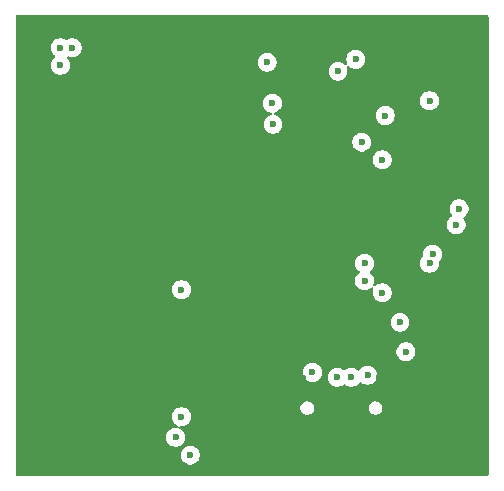
<source format=gbr>
%TF.GenerationSoftware,KiCad,Pcbnew,9.0.1*%
%TF.CreationDate,2025-11-28T17:08:09+01:00*%
%TF.ProjectId,SCD41-D-R1_demo,53434434-312d-4442-9d52-315f64656d6f,rev?*%
%TF.SameCoordinates,Original*%
%TF.FileFunction,Copper,L2,Inr*%
%TF.FilePolarity,Positive*%
%FSLAX46Y46*%
G04 Gerber Fmt 4.6, Leading zero omitted, Abs format (unit mm)*
G04 Created by KiCad (PCBNEW 9.0.1) date 2025-11-28 17:08:09*
%MOMM*%
%LPD*%
G01*
G04 APERTURE LIST*
%TA.AperFunction,HeatsinkPad*%
%ADD10O,1.000000X2.100000*%
%TD*%
%TA.AperFunction,HeatsinkPad*%
%ADD11O,1.000000X1.600000*%
%TD*%
%TA.AperFunction,HeatsinkPad*%
%ADD12C,0.600000*%
%TD*%
%TA.AperFunction,ViaPad*%
%ADD13C,0.600000*%
%TD*%
G04 APERTURE END LIST*
D10*
%TO.N,GND*%
%TO.C,J4*%
X182717500Y-98240000D03*
D11*
X182717500Y-102420000D03*
D10*
X191357500Y-98240000D03*
D11*
X191357500Y-102420000D03*
%TD*%
D12*
%TO.N,GND*%
%TO.C,U4*%
X171890000Y-73427500D03*
X171890000Y-74952500D03*
X172652500Y-72665000D03*
X172652500Y-74190000D03*
X172652500Y-75715000D03*
X173415000Y-73427500D03*
X173415000Y-74952500D03*
X174177500Y-72665000D03*
X174177500Y-74190000D03*
X174177500Y-75715000D03*
X174940000Y-73427500D03*
X174940000Y-74952500D03*
%TD*%
D13*
%TO.N,D+*%
X186687500Y-96166988D03*
X187887500Y-96166987D03*
%TO.N,VIN*%
X184587500Y-95750000D03*
X189250000Y-96000000D03*
%TO.N,GND*%
X191000000Y-86750000D03*
%TO.N,Net-(Q1A-E1)*%
X197000000Y-81900000D03*
X196750000Y-83250000D03*
%TO.N,TX*%
X190750000Y-74000000D03*
X194752983Y-85741051D03*
%TO.N,RX*%
X188750000Y-76250000D03*
X194500000Y-86500000D03*
%TO.N,EN*%
X180750000Y-69500000D03*
X188250000Y-69250000D03*
%TO.N,SCL*%
X181200735Y-72950735D03*
X181250000Y-74750000D03*
%TO.N,GND*%
X174750000Y-94100000D03*
X190250000Y-96250000D03*
X183750000Y-96250000D03*
X184500000Y-92500000D03*
X185000000Y-89000000D03*
X182000000Y-88000000D03*
X186000000Y-86500000D03*
%TO.N,+3.3V*%
X190500000Y-77750000D03*
X194500000Y-72750000D03*
%TO.N,GND*%
X194500000Y-74000000D03*
%TO.N,+3.3V*%
X186750000Y-70250000D03*
%TO.N,GND*%
X181750000Y-67000000D03*
X195500000Y-89250000D03*
X195750000Y-90750000D03*
%TO.N,+3.3V*%
X192500000Y-94000000D03*
X192000000Y-91500000D03*
X189000000Y-86500000D03*
X189000000Y-88000000D03*
X190500000Y-89000000D03*
%TO.N,GND*%
X187906985Y-94900000D03*
X194000000Y-102750000D03*
X180000000Y-103750000D03*
%TO.N,+3.3V*%
X173500000Y-88750000D03*
X174250000Y-102750000D03*
%TO.N,GND*%
X172250000Y-99500000D03*
%TO.N,+3.3V*%
X173500000Y-99500000D03*
X173000000Y-101250000D03*
%TO.N,GND*%
X171000000Y-100500000D03*
X172250000Y-88750000D03*
X168500000Y-86000000D03*
%TO.N,+3.3V*%
X164250000Y-68250000D03*
X163250000Y-69750000D03*
X163250000Y-68250000D03*
%TO.N,GND*%
X164250000Y-67000000D03*
X160500000Y-71250000D03*
X160500000Y-69750000D03*
X160500000Y-68250000D03*
%TD*%
%TA.AperFunction,Conductor*%
%TO.N,GND*%
G36*
X199442539Y-65520185D02*
G01*
X199488294Y-65572989D01*
X199499500Y-65624500D01*
X199499500Y-104375500D01*
X199479815Y-104442539D01*
X199427011Y-104488294D01*
X199375500Y-104499500D01*
X159574500Y-104499500D01*
X159507461Y-104479815D01*
X159461706Y-104427011D01*
X159450500Y-104375500D01*
X159450500Y-102671153D01*
X173449500Y-102671153D01*
X173449500Y-102828846D01*
X173480261Y-102983489D01*
X173480264Y-102983501D01*
X173540602Y-103129172D01*
X173540609Y-103129185D01*
X173628210Y-103260288D01*
X173628213Y-103260292D01*
X173739707Y-103371786D01*
X173739711Y-103371789D01*
X173870814Y-103459390D01*
X173870827Y-103459397D01*
X174016498Y-103519735D01*
X174016503Y-103519737D01*
X174171153Y-103550499D01*
X174171156Y-103550500D01*
X174171158Y-103550500D01*
X174328844Y-103550500D01*
X174328845Y-103550499D01*
X174483497Y-103519737D01*
X174629179Y-103459394D01*
X174760289Y-103371789D01*
X174871789Y-103260289D01*
X174959394Y-103129179D01*
X175019737Y-102983497D01*
X175050500Y-102828842D01*
X175050500Y-102671158D01*
X175050500Y-102671155D01*
X175050499Y-102671153D01*
X175019738Y-102516510D01*
X175019737Y-102516503D01*
X175019735Y-102516498D01*
X174959397Y-102370827D01*
X174959390Y-102370814D01*
X174871789Y-102239711D01*
X174871786Y-102239707D01*
X174760292Y-102128213D01*
X174760288Y-102128210D01*
X174629185Y-102040609D01*
X174629172Y-102040602D01*
X174483501Y-101980264D01*
X174483489Y-101980261D01*
X174328845Y-101949500D01*
X174328842Y-101949500D01*
X174171158Y-101949500D01*
X174171155Y-101949500D01*
X174016510Y-101980261D01*
X174016498Y-101980264D01*
X173870827Y-102040602D01*
X173870814Y-102040609D01*
X173739711Y-102128210D01*
X173739707Y-102128213D01*
X173628213Y-102239707D01*
X173628210Y-102239711D01*
X173540609Y-102370814D01*
X173540602Y-102370827D01*
X173480264Y-102516498D01*
X173480261Y-102516510D01*
X173449500Y-102671153D01*
X159450500Y-102671153D01*
X159450500Y-101171153D01*
X172199500Y-101171153D01*
X172199500Y-101328846D01*
X172230261Y-101483489D01*
X172230264Y-101483501D01*
X172290602Y-101629172D01*
X172290609Y-101629185D01*
X172378210Y-101760288D01*
X172378213Y-101760292D01*
X172489707Y-101871786D01*
X172489711Y-101871789D01*
X172620814Y-101959390D01*
X172620827Y-101959397D01*
X172766498Y-102019735D01*
X172766503Y-102019737D01*
X172921153Y-102050499D01*
X172921156Y-102050500D01*
X172921158Y-102050500D01*
X173078844Y-102050500D01*
X173078845Y-102050499D01*
X173233497Y-102019737D01*
X173379179Y-101959394D01*
X173510289Y-101871789D01*
X173621789Y-101760289D01*
X173709394Y-101629179D01*
X173769737Y-101483497D01*
X173800500Y-101328842D01*
X173800500Y-101171158D01*
X173800500Y-101171155D01*
X173800499Y-101171153D01*
X173769738Y-101016510D01*
X173769737Y-101016503D01*
X173769735Y-101016498D01*
X173709397Y-100870827D01*
X173709390Y-100870814D01*
X173621789Y-100739711D01*
X173621786Y-100739707D01*
X173510292Y-100628213D01*
X173510288Y-100628210D01*
X173379185Y-100540609D01*
X173379178Y-100540605D01*
X173375451Y-100539062D01*
X173321047Y-100495222D01*
X173298981Y-100428928D01*
X173316259Y-100361229D01*
X173367395Y-100313617D01*
X173422902Y-100300500D01*
X173578844Y-100300500D01*
X173578845Y-100300499D01*
X173733497Y-100269737D01*
X173846166Y-100223067D01*
X173879172Y-100209397D01*
X173879172Y-100209396D01*
X173879179Y-100209394D01*
X174010289Y-100121789D01*
X174121789Y-100010289D01*
X174209394Y-99879179D01*
X174269737Y-99733497D01*
X174300500Y-99578842D01*
X174300500Y-99421158D01*
X174300500Y-99421155D01*
X174300499Y-99421153D01*
X174269737Y-99266503D01*
X174269735Y-99266498D01*
X174209397Y-99120827D01*
X174209390Y-99120814D01*
X174121789Y-98989711D01*
X174121786Y-98989707D01*
X174010292Y-98878213D01*
X174010288Y-98878210D01*
X173879183Y-98790608D01*
X173879172Y-98790602D01*
X173733501Y-98730264D01*
X173733489Y-98730261D01*
X173578845Y-98699500D01*
X173578842Y-98699500D01*
X173421158Y-98699500D01*
X173421155Y-98699500D01*
X173266510Y-98730261D01*
X173266498Y-98730264D01*
X173120827Y-98790602D01*
X173120814Y-98790609D01*
X172989711Y-98878210D01*
X172989707Y-98878213D01*
X172878213Y-98989707D01*
X172878210Y-98989711D01*
X172790609Y-99120814D01*
X172790602Y-99120827D01*
X172730264Y-99266498D01*
X172730261Y-99266510D01*
X172699500Y-99421153D01*
X172699500Y-99578846D01*
X172730261Y-99733489D01*
X172730264Y-99733501D01*
X172790602Y-99879172D01*
X172790609Y-99879185D01*
X172878210Y-100010288D01*
X172878213Y-100010292D01*
X172989707Y-100121786D01*
X172989711Y-100121789D01*
X173120814Y-100209390D01*
X173120821Y-100209394D01*
X173124549Y-100210938D01*
X173178953Y-100254778D01*
X173201019Y-100321072D01*
X173183741Y-100388771D01*
X173132605Y-100436383D01*
X173077098Y-100449500D01*
X172921155Y-100449500D01*
X172766510Y-100480261D01*
X172766498Y-100480264D01*
X172620827Y-100540602D01*
X172620814Y-100540609D01*
X172489711Y-100628210D01*
X172489707Y-100628213D01*
X172378213Y-100739707D01*
X172378210Y-100739711D01*
X172290609Y-100870814D01*
X172290602Y-100870827D01*
X172230264Y-101016498D01*
X172230261Y-101016510D01*
X172199500Y-101171153D01*
X159450500Y-101171153D01*
X159450500Y-98694234D01*
X183572000Y-98694234D01*
X183572000Y-98845765D01*
X183611219Y-98992136D01*
X183649102Y-99057750D01*
X183686985Y-99123365D01*
X183794135Y-99230515D01*
X183925365Y-99306281D01*
X184071734Y-99345500D01*
X184071736Y-99345500D01*
X184223264Y-99345500D01*
X184223266Y-99345500D01*
X184369635Y-99306281D01*
X184500865Y-99230515D01*
X184608015Y-99123365D01*
X184683781Y-98992135D01*
X184723000Y-98845766D01*
X184723000Y-98694234D01*
X189352000Y-98694234D01*
X189352000Y-98845765D01*
X189391219Y-98992136D01*
X189429102Y-99057750D01*
X189466985Y-99123365D01*
X189574135Y-99230515D01*
X189705365Y-99306281D01*
X189851734Y-99345500D01*
X189851736Y-99345500D01*
X190003264Y-99345500D01*
X190003266Y-99345500D01*
X190149635Y-99306281D01*
X190280865Y-99230515D01*
X190388015Y-99123365D01*
X190463781Y-98992135D01*
X190503000Y-98845766D01*
X190503000Y-98694234D01*
X190463781Y-98547865D01*
X190388015Y-98416635D01*
X190280865Y-98309485D01*
X190215250Y-98271602D01*
X190149636Y-98233719D01*
X190076450Y-98214109D01*
X190003266Y-98194500D01*
X189851734Y-98194500D01*
X189705363Y-98233719D01*
X189574135Y-98309485D01*
X189574132Y-98309487D01*
X189466987Y-98416632D01*
X189466985Y-98416635D01*
X189391219Y-98547863D01*
X189352000Y-98694234D01*
X184723000Y-98694234D01*
X184683781Y-98547865D01*
X184608015Y-98416635D01*
X184500865Y-98309485D01*
X184435250Y-98271602D01*
X184369636Y-98233719D01*
X184296450Y-98214109D01*
X184223266Y-98194500D01*
X184071734Y-98194500D01*
X183925363Y-98233719D01*
X183794135Y-98309485D01*
X183794132Y-98309487D01*
X183686987Y-98416632D01*
X183686985Y-98416635D01*
X183611219Y-98547863D01*
X183572000Y-98694234D01*
X159450500Y-98694234D01*
X159450500Y-95671153D01*
X183787000Y-95671153D01*
X183787000Y-95828846D01*
X183817761Y-95983489D01*
X183817764Y-95983501D01*
X183878102Y-96129172D01*
X183878109Y-96129185D01*
X183965710Y-96260288D01*
X183965713Y-96260292D01*
X184077207Y-96371786D01*
X184077211Y-96371789D01*
X184208314Y-96459390D01*
X184208327Y-96459397D01*
X184353998Y-96519735D01*
X184354003Y-96519737D01*
X184486870Y-96546166D01*
X184508653Y-96550499D01*
X184508656Y-96550500D01*
X184508658Y-96550500D01*
X184666344Y-96550500D01*
X184666345Y-96550499D01*
X184820997Y-96519737D01*
X184966679Y-96459394D01*
X185097789Y-96371789D01*
X185209289Y-96260289D01*
X185296894Y-96129179D01*
X185313890Y-96088146D01*
X185313892Y-96088141D01*
X185887000Y-96088141D01*
X185887000Y-96245834D01*
X185917761Y-96400477D01*
X185917764Y-96400489D01*
X185978102Y-96546160D01*
X185978109Y-96546173D01*
X186065710Y-96677276D01*
X186065713Y-96677280D01*
X186177207Y-96788774D01*
X186177211Y-96788777D01*
X186308314Y-96876378D01*
X186308327Y-96876385D01*
X186453996Y-96936722D01*
X186454003Y-96936725D01*
X186608648Y-96967486D01*
X186608653Y-96967487D01*
X186608656Y-96967488D01*
X186608658Y-96967488D01*
X186766344Y-96967488D01*
X186766345Y-96967487D01*
X186920997Y-96936725D01*
X187066679Y-96876382D01*
X187197789Y-96788777D01*
X187199814Y-96786751D01*
X187201135Y-96786030D01*
X187202493Y-96784916D01*
X187202704Y-96785173D01*
X187261132Y-96753263D01*
X187330824Y-96758242D01*
X187372439Y-96784986D01*
X187372501Y-96784911D01*
X187373148Y-96785441D01*
X187375188Y-96786753D01*
X187377211Y-96788776D01*
X187508314Y-96876377D01*
X187508327Y-96876384D01*
X187653998Y-96936722D01*
X187654003Y-96936724D01*
X187808653Y-96967486D01*
X187808656Y-96967487D01*
X187808658Y-96967487D01*
X187966344Y-96967487D01*
X187966345Y-96967486D01*
X188120997Y-96936724D01*
X188233666Y-96890054D01*
X188266672Y-96876384D01*
X188266672Y-96876383D01*
X188266679Y-96876381D01*
X188397789Y-96788776D01*
X188509289Y-96677276D01*
X188539864Y-96631516D01*
X188593474Y-96586712D01*
X188662799Y-96578003D01*
X188725827Y-96608157D01*
X188730647Y-96612726D01*
X188739707Y-96621786D01*
X188739711Y-96621789D01*
X188870814Y-96709390D01*
X188870827Y-96709397D01*
X188988751Y-96758242D01*
X189016503Y-96769737D01*
X189171153Y-96800499D01*
X189171156Y-96800500D01*
X189171158Y-96800500D01*
X189328844Y-96800500D01*
X189328845Y-96800499D01*
X189483497Y-96769737D01*
X189629179Y-96709394D01*
X189760289Y-96621789D01*
X189871789Y-96510289D01*
X189959394Y-96379179D01*
X190019737Y-96233497D01*
X190050500Y-96078842D01*
X190050500Y-95921158D01*
X190050500Y-95921155D01*
X190050499Y-95921153D01*
X190023975Y-95787809D01*
X190019737Y-95766503D01*
X189974255Y-95656698D01*
X189959397Y-95620827D01*
X189959390Y-95620814D01*
X189871789Y-95489711D01*
X189871786Y-95489707D01*
X189760292Y-95378213D01*
X189760288Y-95378210D01*
X189629185Y-95290609D01*
X189629172Y-95290602D01*
X189483501Y-95230264D01*
X189483489Y-95230261D01*
X189328845Y-95199500D01*
X189328842Y-95199500D01*
X189171158Y-95199500D01*
X189171155Y-95199500D01*
X189016510Y-95230261D01*
X189016498Y-95230264D01*
X188870827Y-95290602D01*
X188870814Y-95290609D01*
X188739711Y-95378210D01*
X188739707Y-95378213D01*
X188628213Y-95489707D01*
X188628210Y-95489711D01*
X188597635Y-95535470D01*
X188544022Y-95580275D01*
X188474697Y-95588982D01*
X188411670Y-95558827D01*
X188406852Y-95554260D01*
X188397792Y-95545200D01*
X188397788Y-95545197D01*
X188266685Y-95457596D01*
X188266672Y-95457589D01*
X188121001Y-95397251D01*
X188120989Y-95397248D01*
X187966345Y-95366487D01*
X187966342Y-95366487D01*
X187808658Y-95366487D01*
X187808655Y-95366487D01*
X187654010Y-95397248D01*
X187653998Y-95397251D01*
X187508327Y-95457589D01*
X187508314Y-95457596D01*
X187377214Y-95545195D01*
X187377202Y-95545205D01*
X187375166Y-95547241D01*
X187373840Y-95547964D01*
X187372507Y-95549059D01*
X187372299Y-95548805D01*
X187313838Y-95580716D01*
X187244147Y-95575721D01*
X187202560Y-95548989D01*
X187202499Y-95549064D01*
X187201859Y-95548539D01*
X187199818Y-95547227D01*
X187197792Y-95545201D01*
X187197788Y-95545198D01*
X187066685Y-95457597D01*
X187066672Y-95457590D01*
X186921001Y-95397252D01*
X186920989Y-95397249D01*
X186766345Y-95366488D01*
X186766342Y-95366488D01*
X186608658Y-95366488D01*
X186608655Y-95366488D01*
X186454010Y-95397249D01*
X186453998Y-95397252D01*
X186308327Y-95457590D01*
X186308314Y-95457597D01*
X186177211Y-95545198D01*
X186177207Y-95545201D01*
X186065713Y-95656695D01*
X186065710Y-95656699D01*
X185978109Y-95787802D01*
X185978102Y-95787815D01*
X185917764Y-95933486D01*
X185917761Y-95933498D01*
X185887000Y-96088141D01*
X185313892Y-96088141D01*
X185336069Y-96034602D01*
X185357235Y-95983501D01*
X185357237Y-95983497D01*
X185388000Y-95828842D01*
X185388000Y-95671158D01*
X185388000Y-95671155D01*
X185387999Y-95671153D01*
X185385123Y-95656695D01*
X185357237Y-95516503D01*
X185357235Y-95516498D01*
X185296897Y-95370827D01*
X185296890Y-95370814D01*
X185209289Y-95239711D01*
X185209286Y-95239707D01*
X185097792Y-95128213D01*
X185097788Y-95128210D01*
X184966685Y-95040609D01*
X184966672Y-95040602D01*
X184821001Y-94980264D01*
X184820989Y-94980261D01*
X184666345Y-94949500D01*
X184666342Y-94949500D01*
X184508658Y-94949500D01*
X184508655Y-94949500D01*
X184354010Y-94980261D01*
X184353998Y-94980264D01*
X184208327Y-95040602D01*
X184208314Y-95040609D01*
X184077211Y-95128210D01*
X184077207Y-95128213D01*
X183965713Y-95239707D01*
X183965710Y-95239711D01*
X183878109Y-95370814D01*
X183878102Y-95370827D01*
X183817764Y-95516498D01*
X183817761Y-95516510D01*
X183787000Y-95671153D01*
X159450500Y-95671153D01*
X159450500Y-93921153D01*
X191699500Y-93921153D01*
X191699500Y-94078846D01*
X191730261Y-94233489D01*
X191730264Y-94233501D01*
X191790602Y-94379172D01*
X191790609Y-94379185D01*
X191878210Y-94510288D01*
X191878213Y-94510292D01*
X191989707Y-94621786D01*
X191989711Y-94621789D01*
X192120814Y-94709390D01*
X192120827Y-94709397D01*
X192266498Y-94769735D01*
X192266503Y-94769737D01*
X192421153Y-94800499D01*
X192421156Y-94800500D01*
X192421158Y-94800500D01*
X192578844Y-94800500D01*
X192578845Y-94800499D01*
X192733497Y-94769737D01*
X192879179Y-94709394D01*
X193010289Y-94621789D01*
X193121789Y-94510289D01*
X193209394Y-94379179D01*
X193269737Y-94233497D01*
X193300500Y-94078842D01*
X193300500Y-93921158D01*
X193300500Y-93921155D01*
X193300499Y-93921153D01*
X193269738Y-93766510D01*
X193269737Y-93766503D01*
X193269735Y-93766498D01*
X193209397Y-93620827D01*
X193209390Y-93620814D01*
X193121789Y-93489711D01*
X193121786Y-93489707D01*
X193010292Y-93378213D01*
X193010288Y-93378210D01*
X192879185Y-93290609D01*
X192879172Y-93290602D01*
X192733501Y-93230264D01*
X192733489Y-93230261D01*
X192578845Y-93199500D01*
X192578842Y-93199500D01*
X192421158Y-93199500D01*
X192421155Y-93199500D01*
X192266510Y-93230261D01*
X192266498Y-93230264D01*
X192120827Y-93290602D01*
X192120814Y-93290609D01*
X191989711Y-93378210D01*
X191989707Y-93378213D01*
X191878213Y-93489707D01*
X191878210Y-93489711D01*
X191790609Y-93620814D01*
X191790602Y-93620827D01*
X191730264Y-93766498D01*
X191730261Y-93766510D01*
X191699500Y-93921153D01*
X159450500Y-93921153D01*
X159450500Y-91421153D01*
X191199500Y-91421153D01*
X191199500Y-91578846D01*
X191230261Y-91733489D01*
X191230264Y-91733501D01*
X191290602Y-91879172D01*
X191290609Y-91879185D01*
X191378210Y-92010288D01*
X191378213Y-92010292D01*
X191489707Y-92121786D01*
X191489711Y-92121789D01*
X191620814Y-92209390D01*
X191620827Y-92209397D01*
X191766498Y-92269735D01*
X191766503Y-92269737D01*
X191921153Y-92300499D01*
X191921156Y-92300500D01*
X191921158Y-92300500D01*
X192078844Y-92300500D01*
X192078845Y-92300499D01*
X192233497Y-92269737D01*
X192379179Y-92209394D01*
X192510289Y-92121789D01*
X192621789Y-92010289D01*
X192709394Y-91879179D01*
X192769737Y-91733497D01*
X192800500Y-91578842D01*
X192800500Y-91421158D01*
X192800500Y-91421155D01*
X192800499Y-91421153D01*
X192769738Y-91266510D01*
X192769737Y-91266503D01*
X192769735Y-91266498D01*
X192709397Y-91120827D01*
X192709390Y-91120814D01*
X192621789Y-90989711D01*
X192621786Y-90989707D01*
X192510292Y-90878213D01*
X192510288Y-90878210D01*
X192379185Y-90790609D01*
X192379172Y-90790602D01*
X192233501Y-90730264D01*
X192233489Y-90730261D01*
X192078845Y-90699500D01*
X192078842Y-90699500D01*
X191921158Y-90699500D01*
X191921155Y-90699500D01*
X191766510Y-90730261D01*
X191766498Y-90730264D01*
X191620827Y-90790602D01*
X191620814Y-90790609D01*
X191489711Y-90878210D01*
X191489707Y-90878213D01*
X191378213Y-90989707D01*
X191378210Y-90989711D01*
X191290609Y-91120814D01*
X191290602Y-91120827D01*
X191230264Y-91266498D01*
X191230261Y-91266510D01*
X191199500Y-91421153D01*
X159450500Y-91421153D01*
X159450500Y-88671153D01*
X172699500Y-88671153D01*
X172699500Y-88828846D01*
X172730261Y-88983489D01*
X172730264Y-88983501D01*
X172790602Y-89129172D01*
X172790609Y-89129185D01*
X172878210Y-89260288D01*
X172878213Y-89260292D01*
X172989707Y-89371786D01*
X172989711Y-89371789D01*
X173120814Y-89459390D01*
X173120827Y-89459397D01*
X173266498Y-89519735D01*
X173266503Y-89519737D01*
X173421153Y-89550499D01*
X173421156Y-89550500D01*
X173421158Y-89550500D01*
X173578844Y-89550500D01*
X173578845Y-89550499D01*
X173733497Y-89519737D01*
X173879179Y-89459394D01*
X174010289Y-89371789D01*
X174121789Y-89260289D01*
X174209394Y-89129179D01*
X174269737Y-88983497D01*
X174300500Y-88828842D01*
X174300500Y-88671158D01*
X174300500Y-88671155D01*
X174300499Y-88671153D01*
X174285971Y-88598115D01*
X174269737Y-88516503D01*
X174267163Y-88510288D01*
X174209397Y-88370827D01*
X174209390Y-88370814D01*
X174121789Y-88239711D01*
X174121786Y-88239707D01*
X174010292Y-88128213D01*
X174010288Y-88128210D01*
X173879185Y-88040609D01*
X173879172Y-88040602D01*
X173733501Y-87980264D01*
X173733489Y-87980261D01*
X173578845Y-87949500D01*
X173578842Y-87949500D01*
X173421158Y-87949500D01*
X173421155Y-87949500D01*
X173266510Y-87980261D01*
X173266498Y-87980264D01*
X173120827Y-88040602D01*
X173120814Y-88040609D01*
X172989711Y-88128210D01*
X172989707Y-88128213D01*
X172878213Y-88239707D01*
X172878210Y-88239711D01*
X172790609Y-88370814D01*
X172790602Y-88370827D01*
X172730264Y-88516498D01*
X172730261Y-88516510D01*
X172699500Y-88671153D01*
X159450500Y-88671153D01*
X159450500Y-86421153D01*
X188199500Y-86421153D01*
X188199500Y-86578846D01*
X188230261Y-86733489D01*
X188230264Y-86733501D01*
X188290602Y-86879172D01*
X188290609Y-86879185D01*
X188378210Y-87010288D01*
X188378213Y-87010292D01*
X188489707Y-87121786D01*
X188489710Y-87121788D01*
X188489711Y-87121789D01*
X188515219Y-87138833D01*
X188527289Y-87146898D01*
X188572093Y-87200511D01*
X188580800Y-87269836D01*
X188550645Y-87332863D01*
X188527289Y-87353102D01*
X188489707Y-87378213D01*
X188378213Y-87489707D01*
X188378210Y-87489711D01*
X188290609Y-87620814D01*
X188290602Y-87620827D01*
X188230264Y-87766498D01*
X188230261Y-87766510D01*
X188199500Y-87921153D01*
X188199500Y-88078846D01*
X188230261Y-88233489D01*
X188230264Y-88233501D01*
X188290602Y-88379172D01*
X188290609Y-88379185D01*
X188378210Y-88510288D01*
X188378213Y-88510292D01*
X188489707Y-88621786D01*
X188489711Y-88621789D01*
X188620814Y-88709390D01*
X188620827Y-88709397D01*
X188758683Y-88766498D01*
X188766503Y-88769737D01*
X188921153Y-88800499D01*
X188921156Y-88800500D01*
X188921158Y-88800500D01*
X189078844Y-88800500D01*
X189078845Y-88800499D01*
X189233497Y-88769737D01*
X189379179Y-88709394D01*
X189510289Y-88621789D01*
X189547331Y-88584747D01*
X189608653Y-88551261D01*
X189678345Y-88556245D01*
X189734279Y-88598115D01*
X189758697Y-88663579D01*
X189749575Y-88719878D01*
X189730263Y-88766502D01*
X189730261Y-88766510D01*
X189699500Y-88921153D01*
X189699500Y-89078846D01*
X189730261Y-89233489D01*
X189730264Y-89233501D01*
X189790602Y-89379172D01*
X189790609Y-89379185D01*
X189878210Y-89510288D01*
X189878213Y-89510292D01*
X189989707Y-89621786D01*
X189989711Y-89621789D01*
X190120814Y-89709390D01*
X190120827Y-89709397D01*
X190266498Y-89769735D01*
X190266503Y-89769737D01*
X190421153Y-89800499D01*
X190421156Y-89800500D01*
X190421158Y-89800500D01*
X190578844Y-89800500D01*
X190578845Y-89800499D01*
X190733497Y-89769737D01*
X190879179Y-89709394D01*
X191010289Y-89621789D01*
X191121789Y-89510289D01*
X191209394Y-89379179D01*
X191269737Y-89233497D01*
X191300500Y-89078842D01*
X191300500Y-88921158D01*
X191300500Y-88921155D01*
X191300499Y-88921153D01*
X191269738Y-88766510D01*
X191269737Y-88766503D01*
X191269735Y-88766498D01*
X191209397Y-88620827D01*
X191209390Y-88620814D01*
X191121789Y-88489711D01*
X191121786Y-88489707D01*
X191010292Y-88378213D01*
X191010288Y-88378210D01*
X190879185Y-88290609D01*
X190879172Y-88290602D01*
X190733501Y-88230264D01*
X190733489Y-88230261D01*
X190578845Y-88199500D01*
X190578842Y-88199500D01*
X190421158Y-88199500D01*
X190421155Y-88199500D01*
X190266510Y-88230261D01*
X190266498Y-88230264D01*
X190120827Y-88290602D01*
X190120814Y-88290609D01*
X189989711Y-88378210D01*
X189989706Y-88378214D01*
X189952666Y-88415254D01*
X189891343Y-88448739D01*
X189821651Y-88443753D01*
X189765718Y-88401881D01*
X189741302Y-88336417D01*
X189750424Y-88280121D01*
X189769737Y-88233497D01*
X189800500Y-88078842D01*
X189800500Y-87921158D01*
X189800500Y-87921155D01*
X189800499Y-87921153D01*
X189769738Y-87766510D01*
X189769737Y-87766503D01*
X189769735Y-87766498D01*
X189709397Y-87620827D01*
X189709390Y-87620814D01*
X189621789Y-87489711D01*
X189621786Y-87489707D01*
X189510292Y-87378213D01*
X189510284Y-87378207D01*
X189472712Y-87353102D01*
X189427906Y-87299490D01*
X189419199Y-87230165D01*
X189449353Y-87167138D01*
X189472712Y-87146898D01*
X189499279Y-87129145D01*
X189510289Y-87121789D01*
X189621789Y-87010289D01*
X189709394Y-86879179D01*
X189769737Y-86733497D01*
X189800500Y-86578842D01*
X189800500Y-86421158D01*
X189800500Y-86421155D01*
X189800499Y-86421153D01*
X193699500Y-86421153D01*
X193699500Y-86578846D01*
X193730261Y-86733489D01*
X193730264Y-86733501D01*
X193790602Y-86879172D01*
X193790609Y-86879185D01*
X193878210Y-87010288D01*
X193878213Y-87010292D01*
X193989707Y-87121786D01*
X193989711Y-87121789D01*
X194120814Y-87209390D01*
X194120827Y-87209397D01*
X194218853Y-87250000D01*
X194266503Y-87269737D01*
X194421153Y-87300499D01*
X194421156Y-87300500D01*
X194421158Y-87300500D01*
X194578844Y-87300500D01*
X194578845Y-87300499D01*
X194733497Y-87269737D01*
X194879179Y-87209394D01*
X195010289Y-87121789D01*
X195121789Y-87010289D01*
X195209394Y-86879179D01*
X195269737Y-86733497D01*
X195300500Y-86578842D01*
X195300500Y-86421158D01*
X195300500Y-86421155D01*
X195297579Y-86406474D01*
X195303803Y-86336882D01*
X195331514Y-86294597D01*
X195374772Y-86251340D01*
X195462377Y-86120230D01*
X195522720Y-85974548D01*
X195553483Y-85819893D01*
X195553483Y-85662209D01*
X195553483Y-85662206D01*
X195553482Y-85662204D01*
X195522721Y-85507561D01*
X195522720Y-85507554D01*
X195522718Y-85507549D01*
X195462380Y-85361878D01*
X195462373Y-85361865D01*
X195374772Y-85230762D01*
X195374769Y-85230758D01*
X195263275Y-85119264D01*
X195263271Y-85119261D01*
X195132168Y-85031660D01*
X195132155Y-85031653D01*
X194986484Y-84971315D01*
X194986472Y-84971312D01*
X194831828Y-84940551D01*
X194831825Y-84940551D01*
X194674141Y-84940551D01*
X194674138Y-84940551D01*
X194519493Y-84971312D01*
X194519481Y-84971315D01*
X194373810Y-85031653D01*
X194373797Y-85031660D01*
X194242694Y-85119261D01*
X194242690Y-85119264D01*
X194131196Y-85230758D01*
X194131193Y-85230762D01*
X194043592Y-85361865D01*
X194043585Y-85361878D01*
X193983247Y-85507549D01*
X193983244Y-85507561D01*
X193952483Y-85662204D01*
X193952483Y-85819894D01*
X193955404Y-85834578D01*
X193949177Y-85904170D01*
X193921470Y-85946450D01*
X193878212Y-85989708D01*
X193878208Y-85989714D01*
X193790609Y-86120814D01*
X193790602Y-86120827D01*
X193730264Y-86266498D01*
X193730261Y-86266510D01*
X193699500Y-86421153D01*
X189800499Y-86421153D01*
X189769738Y-86266510D01*
X189769737Y-86266503D01*
X189763455Y-86251337D01*
X189709397Y-86120827D01*
X189709390Y-86120814D01*
X189621789Y-85989711D01*
X189621786Y-85989707D01*
X189510292Y-85878213D01*
X189510288Y-85878210D01*
X189379185Y-85790609D01*
X189379172Y-85790602D01*
X189233501Y-85730264D01*
X189233489Y-85730261D01*
X189078845Y-85699500D01*
X189078842Y-85699500D01*
X188921158Y-85699500D01*
X188921155Y-85699500D01*
X188766510Y-85730261D01*
X188766498Y-85730264D01*
X188620827Y-85790602D01*
X188620814Y-85790609D01*
X188489711Y-85878210D01*
X188489707Y-85878213D01*
X188378213Y-85989707D01*
X188378210Y-85989711D01*
X188290609Y-86120814D01*
X188290602Y-86120827D01*
X188230264Y-86266498D01*
X188230261Y-86266510D01*
X188199500Y-86421153D01*
X159450500Y-86421153D01*
X159450500Y-83171153D01*
X195949500Y-83171153D01*
X195949500Y-83328846D01*
X195980261Y-83483489D01*
X195980264Y-83483501D01*
X196040602Y-83629172D01*
X196040609Y-83629185D01*
X196128210Y-83760288D01*
X196128213Y-83760292D01*
X196239707Y-83871786D01*
X196239711Y-83871789D01*
X196370814Y-83959390D01*
X196370827Y-83959397D01*
X196516498Y-84019735D01*
X196516503Y-84019737D01*
X196671153Y-84050499D01*
X196671156Y-84050500D01*
X196671158Y-84050500D01*
X196828844Y-84050500D01*
X196828845Y-84050499D01*
X196983497Y-84019737D01*
X197129179Y-83959394D01*
X197260289Y-83871789D01*
X197371789Y-83760289D01*
X197459394Y-83629179D01*
X197519737Y-83483497D01*
X197550500Y-83328842D01*
X197550500Y-83171158D01*
X197550500Y-83171155D01*
X197550499Y-83171153D01*
X197519738Y-83016510D01*
X197519737Y-83016503D01*
X197519735Y-83016498D01*
X197459397Y-82870827D01*
X197459390Y-82870814D01*
X197382762Y-82756133D01*
X197361884Y-82689456D01*
X197380368Y-82622076D01*
X197416970Y-82584142D01*
X197510289Y-82521789D01*
X197621789Y-82410289D01*
X197709394Y-82279179D01*
X197769737Y-82133497D01*
X197800500Y-81978842D01*
X197800500Y-81821158D01*
X197800500Y-81821155D01*
X197800499Y-81821153D01*
X197769738Y-81666510D01*
X197769737Y-81666503D01*
X197769735Y-81666498D01*
X197709397Y-81520827D01*
X197709390Y-81520814D01*
X197621789Y-81389711D01*
X197621786Y-81389707D01*
X197510292Y-81278213D01*
X197510288Y-81278210D01*
X197379185Y-81190609D01*
X197379172Y-81190602D01*
X197233501Y-81130264D01*
X197233489Y-81130261D01*
X197078845Y-81099500D01*
X197078842Y-81099500D01*
X196921158Y-81099500D01*
X196921155Y-81099500D01*
X196766510Y-81130261D01*
X196766498Y-81130264D01*
X196620827Y-81190602D01*
X196620814Y-81190609D01*
X196489711Y-81278210D01*
X196489707Y-81278213D01*
X196378213Y-81389707D01*
X196378210Y-81389711D01*
X196290609Y-81520814D01*
X196290602Y-81520827D01*
X196230264Y-81666498D01*
X196230261Y-81666510D01*
X196199500Y-81821153D01*
X196199500Y-81978846D01*
X196230261Y-82133489D01*
X196230264Y-82133501D01*
X196290602Y-82279172D01*
X196290609Y-82279185D01*
X196367237Y-82393866D01*
X196388115Y-82460544D01*
X196369631Y-82527924D01*
X196333026Y-82565859D01*
X196239711Y-82628210D01*
X196239707Y-82628213D01*
X196128213Y-82739707D01*
X196128210Y-82739711D01*
X196040609Y-82870814D01*
X196040602Y-82870827D01*
X195980264Y-83016498D01*
X195980261Y-83016510D01*
X195949500Y-83171153D01*
X159450500Y-83171153D01*
X159450500Y-77671153D01*
X189699500Y-77671153D01*
X189699500Y-77828846D01*
X189730261Y-77983489D01*
X189730264Y-77983501D01*
X189790602Y-78129172D01*
X189790609Y-78129185D01*
X189878210Y-78260288D01*
X189878213Y-78260292D01*
X189989707Y-78371786D01*
X189989711Y-78371789D01*
X190120814Y-78459390D01*
X190120827Y-78459397D01*
X190266498Y-78519735D01*
X190266503Y-78519737D01*
X190421153Y-78550499D01*
X190421156Y-78550500D01*
X190421158Y-78550500D01*
X190578844Y-78550500D01*
X190578845Y-78550499D01*
X190733497Y-78519737D01*
X190879179Y-78459394D01*
X191010289Y-78371789D01*
X191121789Y-78260289D01*
X191209394Y-78129179D01*
X191269737Y-77983497D01*
X191300500Y-77828842D01*
X191300500Y-77671158D01*
X191300500Y-77671155D01*
X191300499Y-77671153D01*
X191269738Y-77516510D01*
X191269737Y-77516503D01*
X191269735Y-77516498D01*
X191209397Y-77370827D01*
X191209390Y-77370814D01*
X191121789Y-77239711D01*
X191121786Y-77239707D01*
X191010292Y-77128213D01*
X191010288Y-77128210D01*
X190879185Y-77040609D01*
X190879172Y-77040602D01*
X190733501Y-76980264D01*
X190733489Y-76980261D01*
X190578845Y-76949500D01*
X190578842Y-76949500D01*
X190421158Y-76949500D01*
X190421155Y-76949500D01*
X190266510Y-76980261D01*
X190266498Y-76980264D01*
X190120827Y-77040602D01*
X190120814Y-77040609D01*
X189989711Y-77128210D01*
X189989707Y-77128213D01*
X189878213Y-77239707D01*
X189878210Y-77239711D01*
X189790609Y-77370814D01*
X189790602Y-77370827D01*
X189730264Y-77516498D01*
X189730261Y-77516510D01*
X189699500Y-77671153D01*
X159450500Y-77671153D01*
X159450500Y-76171153D01*
X187949500Y-76171153D01*
X187949500Y-76328846D01*
X187980261Y-76483489D01*
X187980264Y-76483501D01*
X188040602Y-76629172D01*
X188040609Y-76629185D01*
X188128210Y-76760288D01*
X188128213Y-76760292D01*
X188239707Y-76871786D01*
X188239711Y-76871789D01*
X188370814Y-76959390D01*
X188370827Y-76959397D01*
X188516498Y-77019735D01*
X188516503Y-77019737D01*
X188671153Y-77050499D01*
X188671156Y-77050500D01*
X188671158Y-77050500D01*
X188828844Y-77050500D01*
X188828845Y-77050499D01*
X188983497Y-77019737D01*
X189129179Y-76959394D01*
X189260289Y-76871789D01*
X189371789Y-76760289D01*
X189459394Y-76629179D01*
X189519737Y-76483497D01*
X189550500Y-76328842D01*
X189550500Y-76171158D01*
X189550500Y-76171155D01*
X189550499Y-76171153D01*
X189519738Y-76016510D01*
X189519737Y-76016503D01*
X189519735Y-76016498D01*
X189459397Y-75870827D01*
X189459390Y-75870814D01*
X189371789Y-75739711D01*
X189371786Y-75739707D01*
X189260292Y-75628213D01*
X189260288Y-75628210D01*
X189129185Y-75540609D01*
X189129172Y-75540602D01*
X188983501Y-75480264D01*
X188983489Y-75480261D01*
X188828845Y-75449500D01*
X188828842Y-75449500D01*
X188671158Y-75449500D01*
X188671155Y-75449500D01*
X188516510Y-75480261D01*
X188516498Y-75480264D01*
X188370827Y-75540602D01*
X188370814Y-75540609D01*
X188239711Y-75628210D01*
X188239707Y-75628213D01*
X188128213Y-75739707D01*
X188128210Y-75739711D01*
X188040609Y-75870814D01*
X188040602Y-75870827D01*
X187980264Y-76016498D01*
X187980261Y-76016510D01*
X187949500Y-76171153D01*
X159450500Y-76171153D01*
X159450500Y-72871888D01*
X180400235Y-72871888D01*
X180400235Y-73029581D01*
X180430996Y-73184224D01*
X180430999Y-73184236D01*
X180491337Y-73329907D01*
X180491344Y-73329920D01*
X180578945Y-73461023D01*
X180578948Y-73461027D01*
X180690442Y-73572521D01*
X180690446Y-73572524D01*
X180821549Y-73660125D01*
X180821562Y-73660132D01*
X180967233Y-73720470D01*
X180967238Y-73720472D01*
X181001587Y-73727304D01*
X181033486Y-73733650D01*
X181095397Y-73766035D01*
X181129971Y-73826750D01*
X181126232Y-73896520D01*
X181085365Y-73953192D01*
X181033488Y-73976884D01*
X181016507Y-73980261D01*
X181016498Y-73980264D01*
X180870827Y-74040602D01*
X180870814Y-74040609D01*
X180739711Y-74128210D01*
X180739707Y-74128213D01*
X180628213Y-74239707D01*
X180628210Y-74239711D01*
X180540609Y-74370814D01*
X180540602Y-74370827D01*
X180480264Y-74516498D01*
X180480261Y-74516510D01*
X180449500Y-74671153D01*
X180449500Y-74828846D01*
X180480261Y-74983489D01*
X180480264Y-74983501D01*
X180540602Y-75129172D01*
X180540609Y-75129185D01*
X180628210Y-75260288D01*
X180628213Y-75260292D01*
X180739707Y-75371786D01*
X180739711Y-75371789D01*
X180870814Y-75459390D01*
X180870827Y-75459397D01*
X181016498Y-75519735D01*
X181016503Y-75519737D01*
X181171153Y-75550499D01*
X181171156Y-75550500D01*
X181171158Y-75550500D01*
X181328844Y-75550500D01*
X181328845Y-75550499D01*
X181483497Y-75519737D01*
X181629179Y-75459394D01*
X181760289Y-75371789D01*
X181871789Y-75260289D01*
X181959394Y-75129179D01*
X182019737Y-74983497D01*
X182050500Y-74828842D01*
X182050500Y-74671158D01*
X182050500Y-74671155D01*
X182050499Y-74671153D01*
X182019738Y-74516510D01*
X182019737Y-74516503D01*
X182017163Y-74510288D01*
X181959397Y-74370827D01*
X181959390Y-74370814D01*
X181871789Y-74239711D01*
X181871786Y-74239707D01*
X181760292Y-74128213D01*
X181760288Y-74128210D01*
X181629185Y-74040609D01*
X181629173Y-74040602D01*
X181606741Y-74031311D01*
X181606729Y-74031307D01*
X181483497Y-73980263D01*
X181409604Y-73965564D01*
X181402208Y-73963098D01*
X181379660Y-73947422D01*
X181355336Y-73934698D01*
X181351389Y-73927767D01*
X181344840Y-73923214D01*
X181343988Y-73921153D01*
X189949500Y-73921153D01*
X189949500Y-74078846D01*
X189980261Y-74233489D01*
X189980264Y-74233501D01*
X190040602Y-74379172D01*
X190040609Y-74379185D01*
X190128210Y-74510288D01*
X190128213Y-74510292D01*
X190239707Y-74621786D01*
X190239711Y-74621789D01*
X190370814Y-74709390D01*
X190370827Y-74709397D01*
X190516498Y-74769735D01*
X190516503Y-74769737D01*
X190671153Y-74800499D01*
X190671156Y-74800500D01*
X190671158Y-74800500D01*
X190828844Y-74800500D01*
X190828845Y-74800499D01*
X190983497Y-74769737D01*
X191129179Y-74709394D01*
X191260289Y-74621789D01*
X191371789Y-74510289D01*
X191459394Y-74379179D01*
X191462854Y-74370827D01*
X191517163Y-74239711D01*
X191519737Y-74233497D01*
X191550500Y-74078842D01*
X191550500Y-73921158D01*
X191550500Y-73921155D01*
X191550499Y-73921153D01*
X191519737Y-73766503D01*
X191511883Y-73747541D01*
X191459397Y-73620827D01*
X191459390Y-73620814D01*
X191371789Y-73489711D01*
X191371786Y-73489707D01*
X191260292Y-73378213D01*
X191260288Y-73378210D01*
X191129185Y-73290609D01*
X191129172Y-73290602D01*
X190983501Y-73230264D01*
X190983489Y-73230261D01*
X190828845Y-73199500D01*
X190828842Y-73199500D01*
X190671158Y-73199500D01*
X190671155Y-73199500D01*
X190516510Y-73230261D01*
X190516498Y-73230264D01*
X190370827Y-73290602D01*
X190370814Y-73290609D01*
X190239711Y-73378210D01*
X190239707Y-73378213D01*
X190128213Y-73489707D01*
X190128210Y-73489711D01*
X190040609Y-73620814D01*
X190040602Y-73620827D01*
X189980264Y-73766498D01*
X189980261Y-73766510D01*
X189949500Y-73921153D01*
X181343988Y-73921153D01*
X181334347Y-73897839D01*
X181320762Y-73873982D01*
X181321189Y-73866018D01*
X181318141Y-73858647D01*
X181323033Y-73831627D01*
X181324503Y-73804213D01*
X181329167Y-73797744D01*
X181330589Y-73789895D01*
X181349310Y-73769811D01*
X181365370Y-73747541D01*
X181373554Y-73743803D01*
X181378231Y-73738787D01*
X181392489Y-73735157D01*
X181417249Y-73723849D01*
X181434232Y-73720472D01*
X181579914Y-73660129D01*
X181711024Y-73572524D01*
X181822524Y-73461024D01*
X181910129Y-73329914D01*
X181970472Y-73184232D01*
X182001235Y-73029577D01*
X182001235Y-72871893D01*
X182001235Y-72871890D01*
X182001234Y-72871888D01*
X181992672Y-72828844D01*
X181970472Y-72717238D01*
X181951383Y-72671153D01*
X193699500Y-72671153D01*
X193699500Y-72828846D01*
X193730261Y-72983489D01*
X193730264Y-72983501D01*
X193790602Y-73129172D01*
X193790609Y-73129185D01*
X193878210Y-73260288D01*
X193878213Y-73260292D01*
X193989707Y-73371786D01*
X193989711Y-73371789D01*
X194120814Y-73459390D01*
X194120827Y-73459397D01*
X194194013Y-73489711D01*
X194266503Y-73519737D01*
X194421153Y-73550499D01*
X194421156Y-73550500D01*
X194421158Y-73550500D01*
X194578844Y-73550500D01*
X194578845Y-73550499D01*
X194733497Y-73519737D01*
X194879179Y-73459394D01*
X195010289Y-73371789D01*
X195121789Y-73260289D01*
X195209394Y-73129179D01*
X195269737Y-72983497D01*
X195300500Y-72828842D01*
X195300500Y-72671158D01*
X195300500Y-72671155D01*
X195300499Y-72671153D01*
X195269738Y-72516510D01*
X195269737Y-72516503D01*
X195269735Y-72516498D01*
X195209397Y-72370827D01*
X195209390Y-72370814D01*
X195121789Y-72239711D01*
X195121786Y-72239707D01*
X195010292Y-72128213D01*
X195010288Y-72128210D01*
X194879185Y-72040609D01*
X194879172Y-72040602D01*
X194733501Y-71980264D01*
X194733489Y-71980261D01*
X194578845Y-71949500D01*
X194578842Y-71949500D01*
X194421158Y-71949500D01*
X194421155Y-71949500D01*
X194266510Y-71980261D01*
X194266498Y-71980264D01*
X194120827Y-72040602D01*
X194120814Y-72040609D01*
X193989711Y-72128210D01*
X193989707Y-72128213D01*
X193878213Y-72239707D01*
X193878210Y-72239711D01*
X193790609Y-72370814D01*
X193790602Y-72370827D01*
X193730264Y-72516498D01*
X193730261Y-72516510D01*
X193699500Y-72671153D01*
X181951383Y-72671153D01*
X181939382Y-72642180D01*
X181910132Y-72571562D01*
X181910125Y-72571549D01*
X181822524Y-72440446D01*
X181822521Y-72440442D01*
X181711027Y-72328948D01*
X181711023Y-72328945D01*
X181579920Y-72241344D01*
X181579907Y-72241337D01*
X181434236Y-72180999D01*
X181434224Y-72180996D01*
X181279580Y-72150235D01*
X181279577Y-72150235D01*
X181121893Y-72150235D01*
X181121890Y-72150235D01*
X180967245Y-72180996D01*
X180967233Y-72180999D01*
X180821562Y-72241337D01*
X180821549Y-72241344D01*
X180690446Y-72328945D01*
X180690442Y-72328948D01*
X180578948Y-72440442D01*
X180578945Y-72440446D01*
X180491344Y-72571549D01*
X180491337Y-72571562D01*
X180430999Y-72717233D01*
X180430996Y-72717245D01*
X180400235Y-72871888D01*
X159450500Y-72871888D01*
X159450500Y-68171153D01*
X162449500Y-68171153D01*
X162449500Y-68328846D01*
X162480261Y-68483489D01*
X162480264Y-68483501D01*
X162540602Y-68629172D01*
X162540609Y-68629185D01*
X162628210Y-68760288D01*
X162628213Y-68760292D01*
X162739707Y-68871786D01*
X162777289Y-68896898D01*
X162822093Y-68950511D01*
X162830800Y-69019836D01*
X162800645Y-69082863D01*
X162777289Y-69103102D01*
X162739707Y-69128213D01*
X162628213Y-69239707D01*
X162628210Y-69239711D01*
X162540609Y-69370814D01*
X162540602Y-69370827D01*
X162480264Y-69516498D01*
X162480261Y-69516510D01*
X162449500Y-69671153D01*
X162449500Y-69828846D01*
X162480261Y-69983489D01*
X162480264Y-69983501D01*
X162540602Y-70129172D01*
X162540609Y-70129185D01*
X162628210Y-70260288D01*
X162628213Y-70260292D01*
X162739707Y-70371786D01*
X162739711Y-70371789D01*
X162870814Y-70459390D01*
X162870827Y-70459397D01*
X163016498Y-70519735D01*
X163016503Y-70519737D01*
X163171153Y-70550499D01*
X163171156Y-70550500D01*
X163171158Y-70550500D01*
X163328844Y-70550500D01*
X163328845Y-70550499D01*
X163483497Y-70519737D01*
X163629179Y-70459394D01*
X163760289Y-70371789D01*
X163871789Y-70260289D01*
X163959394Y-70129179D01*
X164019737Y-69983497D01*
X164050500Y-69828842D01*
X164050500Y-69671158D01*
X164050500Y-69671155D01*
X164050499Y-69671153D01*
X164024531Y-69540606D01*
X164019737Y-69516503D01*
X163980242Y-69421153D01*
X179949500Y-69421153D01*
X179949500Y-69578846D01*
X179980261Y-69733489D01*
X179980264Y-69733501D01*
X180040602Y-69879172D01*
X180040609Y-69879185D01*
X180128210Y-70010288D01*
X180128213Y-70010292D01*
X180239707Y-70121786D01*
X180239711Y-70121789D01*
X180370814Y-70209390D01*
X180370827Y-70209397D01*
X180516498Y-70269735D01*
X180516503Y-70269737D01*
X180671153Y-70300499D01*
X180671156Y-70300500D01*
X180671158Y-70300500D01*
X180828844Y-70300500D01*
X180828845Y-70300499D01*
X180983497Y-70269737D01*
X181129179Y-70209394D01*
X181186411Y-70171153D01*
X185949500Y-70171153D01*
X185949500Y-70328846D01*
X185980261Y-70483489D01*
X185980264Y-70483501D01*
X186040602Y-70629172D01*
X186040609Y-70629185D01*
X186128210Y-70760288D01*
X186128213Y-70760292D01*
X186239707Y-70871786D01*
X186239711Y-70871789D01*
X186370814Y-70959390D01*
X186370827Y-70959397D01*
X186516498Y-71019735D01*
X186516503Y-71019737D01*
X186671153Y-71050499D01*
X186671156Y-71050500D01*
X186671158Y-71050500D01*
X186828844Y-71050500D01*
X186828845Y-71050499D01*
X186983497Y-71019737D01*
X187129179Y-70959394D01*
X187260289Y-70871789D01*
X187371789Y-70760289D01*
X187459394Y-70629179D01*
X187519737Y-70483497D01*
X187550500Y-70328842D01*
X187550500Y-70171158D01*
X187550500Y-70171155D01*
X187550499Y-70171153D01*
X187519738Y-70016510D01*
X187519737Y-70016503D01*
X187500424Y-69969879D01*
X187492956Y-69900410D01*
X187524231Y-69837931D01*
X187584320Y-69802279D01*
X187654145Y-69804773D01*
X187702667Y-69834746D01*
X187739707Y-69871786D01*
X187739711Y-69871789D01*
X187870814Y-69959390D01*
X187870827Y-69959397D01*
X188008683Y-70016498D01*
X188016503Y-70019737D01*
X188171153Y-70050499D01*
X188171156Y-70050500D01*
X188171158Y-70050500D01*
X188328844Y-70050500D01*
X188328845Y-70050499D01*
X188483497Y-70019737D01*
X188629179Y-69959394D01*
X188760289Y-69871789D01*
X188871789Y-69760289D01*
X188959394Y-69629179D01*
X189019737Y-69483497D01*
X189050500Y-69328842D01*
X189050500Y-69171158D01*
X189050500Y-69171155D01*
X189050499Y-69171153D01*
X189019738Y-69016510D01*
X189019737Y-69016503D01*
X189012901Y-69000000D01*
X188959397Y-68870827D01*
X188959390Y-68870814D01*
X188871789Y-68739711D01*
X188871786Y-68739707D01*
X188760292Y-68628213D01*
X188760288Y-68628210D01*
X188629185Y-68540609D01*
X188629172Y-68540602D01*
X188483501Y-68480264D01*
X188483489Y-68480261D01*
X188328845Y-68449500D01*
X188328842Y-68449500D01*
X188171158Y-68449500D01*
X188171155Y-68449500D01*
X188016510Y-68480261D01*
X188016498Y-68480264D01*
X187870827Y-68540602D01*
X187870814Y-68540609D01*
X187739711Y-68628210D01*
X187739707Y-68628213D01*
X187628213Y-68739707D01*
X187628210Y-68739711D01*
X187540609Y-68870814D01*
X187540602Y-68870827D01*
X187480264Y-69016498D01*
X187480261Y-69016510D01*
X187449500Y-69171153D01*
X187449500Y-69328846D01*
X187480261Y-69483489D01*
X187480263Y-69483497D01*
X187499575Y-69530120D01*
X187507043Y-69599590D01*
X187475767Y-69662069D01*
X187415678Y-69697721D01*
X187345853Y-69695226D01*
X187297332Y-69665253D01*
X187260292Y-69628213D01*
X187260288Y-69628210D01*
X187129185Y-69540609D01*
X187129172Y-69540602D01*
X186983501Y-69480264D01*
X186983489Y-69480261D01*
X186828845Y-69449500D01*
X186828842Y-69449500D01*
X186671158Y-69449500D01*
X186671155Y-69449500D01*
X186516510Y-69480261D01*
X186516498Y-69480264D01*
X186370827Y-69540602D01*
X186370814Y-69540609D01*
X186239711Y-69628210D01*
X186239707Y-69628213D01*
X186128213Y-69739707D01*
X186128210Y-69739711D01*
X186040609Y-69870814D01*
X186040602Y-69870827D01*
X185980264Y-70016498D01*
X185980261Y-70016510D01*
X185949500Y-70171153D01*
X181186411Y-70171153D01*
X181260289Y-70121789D01*
X181260292Y-70121786D01*
X181304694Y-70077385D01*
X181371786Y-70010292D01*
X181371789Y-70010289D01*
X181459394Y-69879179D01*
X181462854Y-69870827D01*
X181517163Y-69739711D01*
X181519737Y-69733497D01*
X181550500Y-69578842D01*
X181550500Y-69421158D01*
X181550500Y-69421155D01*
X181550499Y-69421153D01*
X181519738Y-69266510D01*
X181519737Y-69266503D01*
X181519735Y-69266498D01*
X181459397Y-69120827D01*
X181459390Y-69120814D01*
X181371789Y-68989711D01*
X181371786Y-68989707D01*
X181260292Y-68878213D01*
X181260288Y-68878210D01*
X181129185Y-68790609D01*
X181129172Y-68790602D01*
X180983501Y-68730264D01*
X180983489Y-68730261D01*
X180828845Y-68699500D01*
X180828842Y-68699500D01*
X180671158Y-68699500D01*
X180671155Y-68699500D01*
X180516510Y-68730261D01*
X180516498Y-68730264D01*
X180370827Y-68790602D01*
X180370814Y-68790609D01*
X180239711Y-68878210D01*
X180239707Y-68878213D01*
X180128213Y-68989707D01*
X180128210Y-68989711D01*
X180040609Y-69120814D01*
X180040602Y-69120827D01*
X179980264Y-69266498D01*
X179980261Y-69266510D01*
X179949500Y-69421153D01*
X163980242Y-69421153D01*
X163979933Y-69420408D01*
X163959397Y-69370827D01*
X163959390Y-69370814D01*
X163871789Y-69239711D01*
X163871786Y-69239707D01*
X163834746Y-69202667D01*
X163801261Y-69141344D01*
X163806245Y-69071652D01*
X163848117Y-69015719D01*
X163913581Y-68991302D01*
X163969878Y-69000424D01*
X164016503Y-69019737D01*
X164121418Y-69040606D01*
X164171153Y-69050499D01*
X164171156Y-69050500D01*
X164171158Y-69050500D01*
X164328844Y-69050500D01*
X164328845Y-69050499D01*
X164483497Y-69019737D01*
X164629179Y-68959394D01*
X164760289Y-68871789D01*
X164871789Y-68760289D01*
X164959394Y-68629179D01*
X165019737Y-68483497D01*
X165050500Y-68328842D01*
X165050500Y-68171158D01*
X165050500Y-68171155D01*
X165050499Y-68171153D01*
X165019738Y-68016510D01*
X165019737Y-68016503D01*
X165019735Y-68016498D01*
X164959397Y-67870827D01*
X164959390Y-67870814D01*
X164871789Y-67739711D01*
X164871786Y-67739707D01*
X164760292Y-67628213D01*
X164760288Y-67628210D01*
X164629185Y-67540609D01*
X164629172Y-67540602D01*
X164483501Y-67480264D01*
X164483489Y-67480261D01*
X164328845Y-67449500D01*
X164328842Y-67449500D01*
X164171158Y-67449500D01*
X164171155Y-67449500D01*
X164016510Y-67480261D01*
X164016498Y-67480264D01*
X163870827Y-67540602D01*
X163870814Y-67540609D01*
X163818891Y-67575304D01*
X163752214Y-67596182D01*
X163684833Y-67577698D01*
X163681109Y-67575304D01*
X163629185Y-67540609D01*
X163629172Y-67540602D01*
X163483501Y-67480264D01*
X163483489Y-67480261D01*
X163328845Y-67449500D01*
X163328842Y-67449500D01*
X163171158Y-67449500D01*
X163171155Y-67449500D01*
X163016510Y-67480261D01*
X163016498Y-67480264D01*
X162870827Y-67540602D01*
X162870814Y-67540609D01*
X162739711Y-67628210D01*
X162739707Y-67628213D01*
X162628213Y-67739707D01*
X162628210Y-67739711D01*
X162540609Y-67870814D01*
X162540602Y-67870827D01*
X162480264Y-68016498D01*
X162480261Y-68016510D01*
X162449500Y-68171153D01*
X159450500Y-68171153D01*
X159450500Y-65624500D01*
X159470185Y-65557461D01*
X159522989Y-65511706D01*
X159574500Y-65500500D01*
X199375500Y-65500500D01*
X199442539Y-65520185D01*
G37*
%TD.AperFunction*%
%TD*%
M02*

</source>
